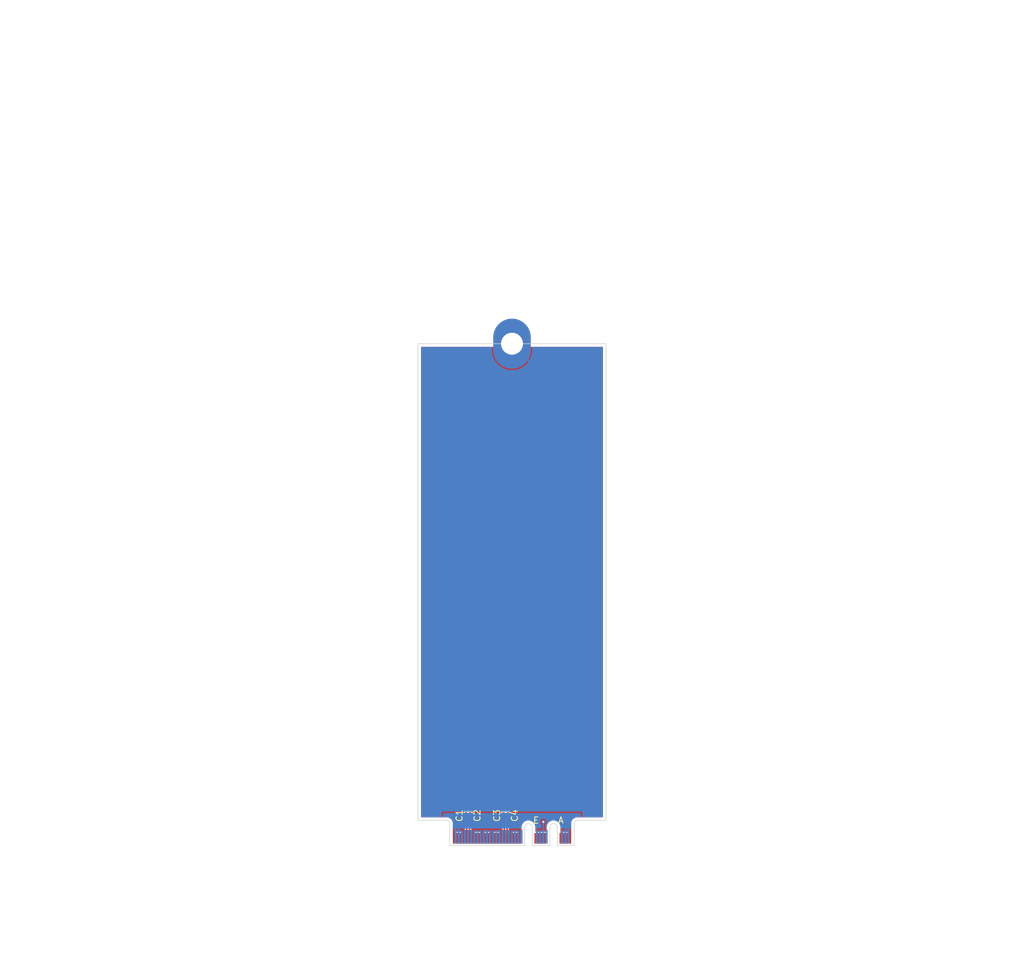
<source format=kicad_pcb>
(kicad_pcb (version 20241229) (generator "pcbnew") (generator_version "9.0")
  (layers (0 "F.Cu" signal) (2 "B.Cu" signal) (13 "F.Paste" user) (15 "B.Paste" user) (5 "F.SilkS" user "F.Silkscreen") (7 "B.SilkS" user "B.Silkscreen") (1 "F.Mask" user) (3 "B.Mask" user) (25 "Edge.Cuts" user))
  (net 0 "")
  (net 1 "GND")
  (net 2 "/M.2 A+E Key/PET1P")
  (net 3 "/M.2 A+E Key/PET0N")
  (net 4 "/M.2 A+E Key/PET1N")
  (net 5 "/M.2 A+E Key/PET0P")
  (net 6 "/PET0-")
  (net 7 "+3.3V")
  (net 8 "/USB_D+")
  (net 9 "/USB_D-")
  (net 10 "/LED#1")
  (net 11 "/LED#2")
  (net 20 "/PER0-")
  (net 22 "/PER0+")
  (net 28 "/REFCLK0+")
  (net 30 "/REFCLK0-")
  (net 31 "/SUSCLK")
  (net 32 "/PERST0#")
  (net 33 "/CLKREQ0#")
  (net 34 "/W_DISABLE2#")
  (net 35 "/PEWAKE#")
  (net 36 "/W_DISABLE1#")
  (net 37 "/I2C_DATA")
  (net 38 "/PER1+")
  (net 39 "/I2C_CLK")
  (net 40 "/PER1-")
  (net 41 "/ALERT#")
  (net 43 "/PERST1#")
  (net 44 "/CLKREQ1#")
  (net 45 "/PEWAKE1#")
  (net 46 "/REFCLK1+")
  (net 47 "/REFCLK1-")
  (net 48 "/PET0+")
  (net 49 "/PET1-")
  (net 50 "/PET1+")
  (footprint "Capacitor_SMD:C_0201_0603Metric" (layer "F.Cu") (at 107.36 152.88 90)
    (property "Reference" "C4" (at 0 1.07 90) (layer "F.SilkS"))
    (property "Value" "220nF")
    (pad "1" smd roundrect (at -0.32 0 90) (size 0.46 0.4) (layers "F.Cu" "F.Mask") (net 5 "/M.2 A+E Key/PET0P"))
    (pad "2" smd roundrect (at 0.32 0 90) (size 0.46 0.4) (layers "F.Cu" "F.Mask") (net 48 "/PET0+"))
  )
  (footprint "Capacitor_SMD:C_0201_0603Metric" (layer "F.Cu") (at 101.36 152.88 90)
    (property "Reference" "C2" (at 0 1.11 90) (layer "F.SilkS"))
    (property "Value" "220nF")
    (pad "1" smd roundrect (at -0.32 0 90) (size 0.46 0.4) (layers "F.Cu" "F.Mask") (net 2 "/M.2 A+E Key/PET1P"))
    (pad "2" smd roundrect (at 0.32 0 90) (size 0.46 0.4) (layers "F.Cu" "F.Mask") (net 50 "/PET1+"))
  )
  (footprint "Capacitor_SMD:C_0201_0603Metric" (layer "F.Cu") (at 100.66 152.88 90)
    (property "Reference" "C1" (at 0 -1.05 90) (layer "F.SilkS"))
    (property "Value" "220nF")
    (pad "1" smd roundrect (at -0.32 0 90) (size 0.46 0.4) (layers "F.Cu" "F.Mask") (net 4 "/M.2 A+E Key/PET1N"))
    (pad "2" smd roundrect (at 0.32 0 90) (size 0.46 0.4) (layers "F.Cu" "F.Mask") (net 49 "/PET1-"))
  )
  (footprint "Athena KiCAd library:M.2 Mounting Pad" (layer "F.Cu") (at 108.01 77.65)
    (property "Reference" "H1")
    (property "Value" "MountingHole_Pad")
    (pad "1" thru_hole circle (at 0 0) (size 5.5 5.5) (drill 3.5) (property pad_prop_castellated) (layers "*.Cu" "*.Mask") (net 1 "GND") (padstack (mode front_inner_back) (layer "Inner" (shape circle) (size 5.5 5.5)) (layer "B.Cu" (shape oval) (size 6 8))))
  )
  (footprint "Capacitor_SMD:C_0201_0603Metric" (layer "F.Cu") (at 106.66 152.88 90)
    (property "Reference" "C3" (at 0 -1.05 90) (layer "F.SilkS"))
    (property "Value" "220nF")
    (pad "1" smd roundrect (at -0.32 0 90) (size 0.46 0.4) (layers "F.Cu" "F.Mask") (net 3 "/M.2 A+E Key/PET0N"))
    (pad "2" smd roundrect (at 0.32 0 90) (size 0.46 0.4) (layers "F.Cu" "F.Mask") (net 6 "/PET0-"))
  )
  (footprint "PCIexpress:M.2 A+E Key Connector" (layer "F.Cu") (at 108.01 156.54)
    (property "Reference" "J1")
    (property "Value" "~")
    (fp_line (start -11 -2.89) (end -10.425 -2.89) (stroke (width 0.1)) (layer "Edge.Cuts"))
    (fp_line (start -9.925 -2.39) (end -9.925 1.11) (stroke (width 0.1)) (layer "Edge.Cuts"))
    (fp_line (start 2.025 -1.79) (end 2.025 1.11) (stroke (width 0.1)) (layer "Edge.Cuts"))
    (fp_line (start 2.025 1.11) (end -9.925 1.11) (stroke (width 0.1)) (layer "Edge.Cuts"))
    (fp_line (start 3.225 -1.79) (end 3.225 1.11) (stroke (width 0.1)) (layer "Edge.Cuts"))
    (fp_line (start 3.225 1.11) (end 6.025 1.11) (stroke (width 0.1)) (layer "Edge.Cuts"))
    (fp_line (start 6.025 -1.79) (end 6.025 1.11) (stroke (width 0.1)) (layer "Edge.Cuts"))
    (fp_line (start 7.225 -1.79) (end 7.225 1.11) (stroke (width 0.1)) (layer "Edge.Cuts"))
    (fp_line (start 7.225 1.11) (end 9.925 1.11) (stroke (width 0.1)) (layer "Edge.Cuts"))
    (fp_line (start 9.925 -2.39) (end 9.925 1.11) (stroke (width 0.1)) (layer "Edge.Cuts"))
    (fp_line (start 10.425 -2.89) (end 11 -2.89) (stroke (width 0.1)) (layer "Edge.Cuts"))
    (fp_arc (start -10.425 -2.89) (mid -10.071447 -2.743553) (end -9.925 -2.39) (stroke (width 0.1)) (layer "Edge.Cuts"))
    (fp_arc (start 2.025 -1.79) (mid 2.625 -2.39) (end 3.225 -1.79) (stroke (width 0.1)) (layer "Edge.Cuts"))
    (fp_arc (start 6.025 -1.79) (mid 6.625 -2.39) (end 7.225 -1.79) (stroke (width 0.1)) (layer "Edge.Cuts"))
    (fp_arc (start 9.925 -2.39) (mid 10.071447 -2.743553) (end 10.425 -2.89) (stroke (width 0.1)) (layer "Edge.Cuts"))
    (fp_text user "E" (at 3.28 -2.32 0) (layer "F.SilkS") (effects (justify left bottom)))
    (fp_text user "A" (at 7.265 -2.345 0) (layer "F.SilkS") (effects (justify left bottom)))
    (pad "1" smd rect (at 9.25 -0.04 180) (size 0.35 1.7) (layers "F.Cu") (net 1 "GND"))
    (pad "2" smd rect (at 9 -0.29 180) (size 0.35 2.2) (layers "B.Cu") (net 7 "+3.3V"))
    (pad "3" smd rect (at 8.75 -0.04 180) (size 0.35 1.7) (layers "F.Cu") (net 8 "/USB_D+"))
    (pad "4" smd rect (at 8.5 -0.29 180) (size 0.35 2.2) (layers "B.Cu") (net 7 "+3.3V"))
    (pad "5" smd rect (at 8.25 -0.04 180) (size 0.35 1.7) (layers "F.Cu") (net 9 "/USB_D-"))
    (pad "6" smd rect (at 8 -0.29 180) (size 0.35 2.2) (layers "B.Cu") (net 10 "/LED#1"))
    (pad "7" smd rect (at 7.75 -0.04 180) (size 0.35 1.7) (layers "F.Cu") (net 1 "GND"))
    (pad "16" smd rect (at 5.5 -0.29 180) (size 0.35 2.2) (layers "B.Cu") (net 11 "/LED#2"))
    (pad "17" smd rect (at 5.25 -0.04 180) (size 0.35 1.7) (layers "F.Cu"))
    (pad "18" smd rect (at 5 -0.29 180) (size 0.35 2.2) (layers "B.Cu") (net 1 "GND"))
    (pad "19" smd rect (at 4.75 -0.04 180) (size 0.35 1.7) (layers "F.Cu"))
    (pad "20" smd rect (at 4.5 -0.29 180) (size 0.35 2.2) (layers "B.Cu"))
    (pad "21" smd rect (at 4.25 -0.04 180) (size 0.35 1.7) (layers "F.Cu"))
    (pad "22" smd rect (at 4 -0.29 180) (size 0.35 2.2) (layers "B.Cu"))
    (pad "23" smd rect (at 3.75 -0.04 180) (size 0.35 1.7) (layers "F.Cu"))
    (pad "32" smd rect (at 1.5 -0.29 180) (size 0.35 2.2) (layers "B.Cu"))
    (pad "33" smd rect (at 1.25 -0.04 180) (size 0.35 1.7) (layers "F.Cu") (net 1 "GND"))
    (pad "34" smd rect (at 1 -0.29 180) (size 0.35 2.2) (layers "B.Cu"))
    (pad "35" smd rect (at 0.75 -0.04 180) (size 0.35 1.7) (layers "F.Cu") (net 20 "/PER0-"))
    (pad "36" smd rect (at 0.5 -0.29 180) (size 0.35 2.2) (layers "B.Cu"))
    (pad "37" smd rect (at 0.25 -0.04 180) (size 0.35 1.7) (layers "F.Cu") (net 22 "/PER0+"))
    (pad "38" smd rect (at 0 -0.29 180) (size 0.35 2.2) (layers "B.Cu"))
    (pad "39" smd rect (at -0.25 -0.04 180) (size 0.35 1.7) (layers "F.Cu") (net 1 "GND"))
    (pad "40" smd rect (at -0.5 -0.29 180) (size 0.35 2.2) (layers "B.Cu"))
    (pad "41" smd rect (at -0.75 -0.04 180) (size 0.35 1.7) (layers "F.Cu") (net 5 "/M.2 A+E Key/PET0P"))
    (pad "42" smd rect (at -1 -0.29 180) (size 0.35 2.2) (layers "B.Cu"))
    (pad "43" smd rect (at -1.25 -0.04 180) (size 0.35 1.7) (layers "F.Cu") (net 3 "/M.2 A+E Key/PET0N"))
    (pad "44" smd rect (at -1.5 -0.29 180) (size 0.35 2.2) (layers "B.Cu"))
    (pad "45" smd rect (at -1.75 -0.04 180) (size 0.35 1.7) (layers "F.Cu") (net 1 "GND"))
    (pad "46" smd rect (at -2 -0.29 180) (size 0.35 2.2) (layers "B.Cu"))
    (pad "47" smd rect (at -2.25 -0.04 180) (size 0.35 1.7) (layers "F.Cu") (net 28 "/REFCLK0+"))
    (pad "48" smd rect (at -2.5 -0.29 180) (size 0.35 2.2) (layers "B.Cu"))
    (pad "49" smd rect (at -2.75 -0.04 180) (size 0.35 1.7) (layers "F.Cu") (net 30 "/REFCLK0-"))
    (pad "50" smd rect (at -3 -0.29 180) (size 0.35 2.2) (layers "B.Cu") (net 31 "/SUSCLK"))
    (pad "51" smd rect (at -3.25 -0.04 180) (size 0.35 1.7) (layers "F.Cu") (net 1 "GND"))
    (pad "52" smd rect (at -3.5 -0.29 180) (size 0.35 2.2) (layers "B.Cu") (net 32 "/PERST0#"))
    (pad "53" smd rect (at -3.75 -0.04 180) (size 0.35 1.7) (layers "F.Cu") (net 33 "/CLKREQ0#"))
    (pad "54" smd rect (at -4 -0.29 180) (size 0.35 2.2) (layers "B.Cu") (net 34 "/W_DISABLE2#"))
    (pad "55" smd rect (at -4.25 -0.04 180) (size 0.35 1.7) (layers "F.Cu") (net 35 "/PEWAKE#"))
    (pad "56" smd rect (at -4.5 -0.29 180) (size 0.35 2.2) (layers "B.Cu") (net 36 "/W_DISABLE1#"))
    (pad "57" smd rect (at -4.75 -0.04 180) (size 0.35 1.7) (layers "F.Cu") (net 1 "GND"))
    (pad "58" smd rect (at -5 -0.29 180) (size 0.35 2.2) (layers "B.Cu") (net 37 "/I2C_DATA"))
    (pad "59" smd rect (at -5.25 -0.04 180) (size 0.35 1.7) (layers "F.Cu") (net 38 "/PER1+"))
    (pad "60" smd rect (at -5.5 -0.29 180) (size 0.35 2.2) (layers "B.Cu") (net 39 "/I2C_CLK"))
    (pad "61" smd rect (at -5.75 -0.04 180) (size 0.35 1.7) (layers "F.Cu") (net 40 "/PER1-"))
    (pad "62" smd rect (at -6 -0.29 180) (size 0.35 2.2) (layers "B.Cu") (net 41 "/ALERT#"))
    (pad "63" smd rect (at -6.25 -0.04 180) (size 0.35 1.7) (layers "F.Cu") (net 1 "GND"))
    (pad "64" smd rect (at -6.5 -0.29 180) (size 0.35 2.2) (layers "B.Cu"))
    (pad "65" smd rect (at -6.75 -0.04 180) (size 0.35 1.7) (layers "F.Cu") (net 2 "/M.2 A+E Key/PET1P"))
    (pad "66" smd rect (at -7 -0.29 180) (size 0.35 2.2) (layers "B.Cu") (net 43 "/PERST1#"))
    (pad "67" smd rect (at -7.25 -0.04 180) (size 0.35 1.7) (layers "F.Cu") (net 4 "/M.2 A+E Key/PET1N"))
    (pad "68" smd rect (at -7.5 -0.29 180) (size 0.35 2.2) (layers "B.Cu") (net 44 "/CLKREQ1#"))
    (pad "69" smd rect (at -7.75 -0.04 180) (size 0.35 1.7) (layers "F.Cu") (net 1 "GND"))
    (pad "70" smd rect (at -8 -0.29 180) (size 0.35 2.2) (layers "B.Cu") (net 45 "/PEWAKE1#"))
    (pad "71" smd rect (at -8.25 -0.04 180) (size 0.35 1.7) (layers "F.Cu") (net 46 "/REFCLK1+"))
    (pad "72" smd rect (at -8.5 -0.29 180) (size 0.35 2.2) (layers "B.Cu") (net 7 "+3.3V"))
    (pad "73" smd rect (at -8.75 -0.04 180) (size 0.35 1.7) (layers "F.Cu") (net 47 "/REFCLK1-"))
    (pad "74" smd rect (at -9 -0.29 180) (size 0.35 2.2) (layers "B.Cu") (net 7 "+3.3V"))
    (pad "75" smd rect (at -9.25 -0.04 180) (size 0.35 1.7) (layers "F.Cu") (net 1 "GND"))
  )
  (gr_line (start 123.01 153.65) (end 119.01 153.65) (stroke (width 0.1)) (layer "Edge.Cuts"))
  (gr_line (start 97.01 153.65) (end 93.01 153.65) (stroke (width 0.1)) (layer "Edge.Cuts"))
  (gr_line (start 123.01 77.65) (end 93.01 77.65) (stroke (width 0.1)) (layer "Edge.Cuts"))
  (gr_line (start 123.01 153.65) (end 123.01 77.65) (stroke (width 0.1)) (layer "Edge.Cuts"))
  (gr_line (start 93.01 77.65) (end 93.01 153.65) (stroke (width 0.1)) (layer "Edge.Cuts"))
  (via (at 113.01 153.88) (size 0.6) (drill 0.3) (layers "F.Cu" "B.Cu") (net 1))
  (segment (start 113.01 153.88) (end 113.01 156.25) (width 0.2) (layer "B.Cu") (net 1))
  (segment (start 101.26 155.224999) (end 101.235 155.199999) (width 0.2) (layer "F.Cu") (net 2))
  (segment (start 101.235 153.670001) (end 101.36 153.545001) (width 0.2) (layer "F.Cu") (net 2))
  (segment (start 101.26 156.5) (end 101.26 155.224999) (width 0.2) (layer "F.Cu") (net 2))
  (segment (start 101.36 153.545001) (end 101.36 153.2) (width 0.2) (layer "F.Cu") (net 2))
  (segment (start 101.235 155.199999) (end 101.235 153.670001) (width 0.2) (layer "F.Cu") (net 2))
  (segment (start 106.76 156.5) (end 106.76 155.224999) (width 0.2) (layer "F.Cu") (net 3))
  (segment (start 106.785 153.670001) (end 106.66 153.545001) (width 0.2) (layer "F.Cu") (net 3))
  (segment (start 106.66 153.545001) (end 106.66 153.2) (width 0.2) (layer "F.Cu") (net 3))
  (segment (start 106.785 155.199999) (end 106.785 153.670001) (width 0.2) (layer "F.Cu") (net 3))
  (segment (start 106.76 155.224999) (end 106.785 155.199999) (width 0.2) (layer "F.Cu") (net 3))
  (segment (start 100.66 153.545001) (end 100.66 153.2) (width 0.2) (layer "F.Cu") (net 4))
  (segment (start 100.76 155.224999) (end 100.785 155.199999) (width 0.2) (layer "F.Cu") (net 4))
  (segment (start 100.76 156.5) (end 100.76 155.224999) (width 0.2) (layer "F.Cu") (net 4))
  (segment (start 100.785 153.670001) (end 100.66 153.545001) (width 0.2) (layer "F.Cu") (net 4))
  (segment (start 100.785 155.199999) (end 100.785 153.670001) (width 0.2) (layer "F.Cu") (net 4))
  (segment (start 107.235 153.670001) (end 107.36 153.545001) (width 0.2) (layer "F.Cu") (net 5))
  (segment (start 107.36 153.545001) (end 107.36 153.2) (width 0.2) (layer "F.Cu") (net 5))
  (segment (start 107.26 155.224999) (end 107.235 155.199999) (width 0.2) (layer "F.Cu") (net 5))
  (segment (start 107.235 155.199999) (end 107.235 153.670001) (width 0.2) (layer "F.Cu") (net 5))
  (segment (start 107.26 156.5) (end 107.26 155.224999) (width 0.2) (layer "F.Cu") (net 5))
  (zone (net 1) (net_name "GND") (layers "F.Cu" "B.Cu") (connect_pads (clearance 0.2)) (min_thickness 0.15) (fill yes (thermal_gap 0.2) (thermal_bridge_width 0.35))
    (polygon (pts (xy 123.01 155.98) (xy 123.01 47.65) (xy 93.01 47.65) (xy 93.01 155.98)))
  )
  (zone (net 7) (net_name "+3.3V") (layer "B.Cu") (priority 1) (connect_pads (clearance 0.2)) (min_thickness 0.15) (fill yes (thermal_gap 0.2) (thermal_bridge_width 0.35))
    (polygon (pts (xy 119.01 155.97) (xy 119.01 152.45) (xy 97.01 152.45) (xy 97.01 155.97)))
  )
)
</source>
